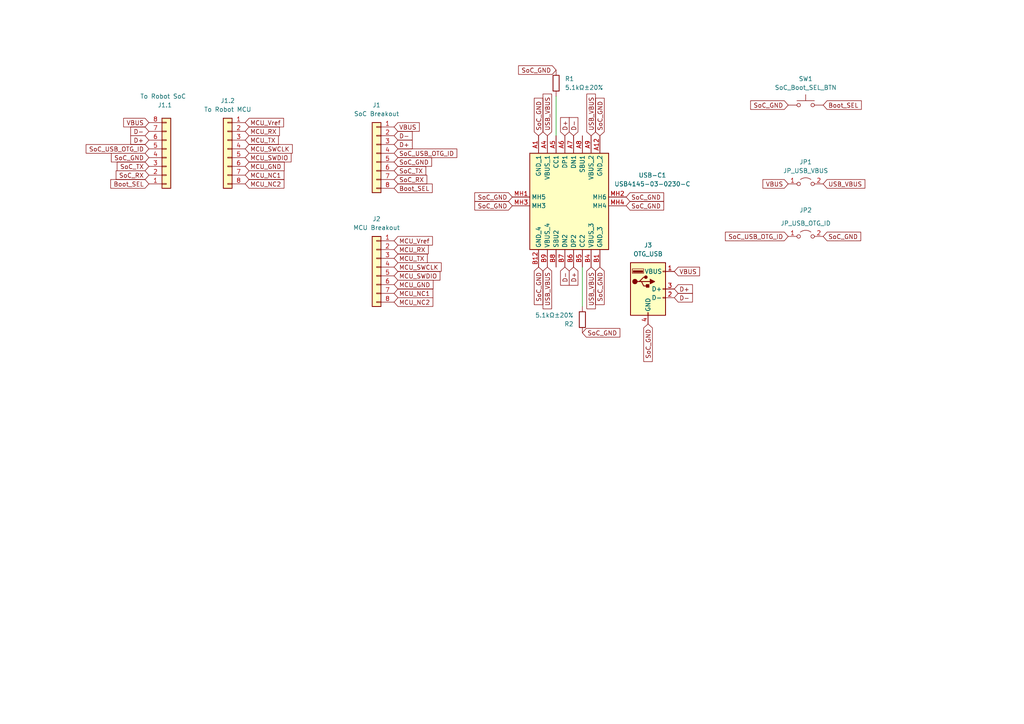
<source format=kicad_sch>
(kicad_sch (version 20231120) (generator "eeschema") (generator_version "8.0")
  (paper "A4")
  (lib_symbols
    (symbol "Connector:USB_A" (pin_names (offset 1.016))
      (property "Reference" "J5" (at 0 12.7 0))
      (property "Value" "OTG_USB" (at 0 10.16 0))
      (symbol "USB_A_0_1"
        (rectangle (start -5.08 -7.62) (end 5.08 7.62) (stroke (width 0.254)) (fill (type background)))
        (circle (center -3.81 2.159) (radius 0.635) (stroke (width 0.254)) (fill (type outline)))
        (rectangle (start -1.524 4.826) (end -4.318 5.334) (fill (type outline)))
        (rectangle (start -1.27 4.572) (end -4.572 5.842))
        (circle (center -0.635 3.429) (radius 0.381) (stroke (width 0.254)) (fill (type outline)))
        (rectangle (start -0.127 -7.62) (end 0.127 -6.858))
        (polyline (pts (xy -3.175 2.159) (xy -2.54 2.159) (xy -1.27 3.429) (xy -0.635 3.429)) (stroke (width 0.254)))
        (polyline (pts (xy -2.54 2.159) (xy -1.905 2.159) (xy -1.27 0.889) (xy 0 0.889)) (stroke (width 0.254)))
        (polyline (pts (xy 0.635 2.794) (xy 0.635 1.524) (xy 1.905 2.159) (xy 0.635 2.794)) (stroke (width 0.254)) (fill (type outline)))
        (rectangle (start 0.254 1.27) (end -0.508 0.508) (stroke (width 0.254)) (fill (type outline)))
        (rectangle (start 5.08 -2.667) (end 4.318 -2.413))
        (rectangle (start 5.08 -0.127) (end 4.318 0.127))
        (rectangle (start 5.08 4.953) (end 4.318 5.207))
      )
      (symbol "USB_A_1_1"
        (polyline (pts (xy -1.905 2.159) (xy 0.635 2.159)) (stroke (width 0.254)))
        (pin power_in line (at 7.62 5.08 180) (length 2.54) (name "VBUS") (number "1"))
        (pin bidirectional line (at 7.62 -2.54 180) (length 2.54) (name "D-") (number "2"))
        (pin bidirectional line (at 7.62 0 180) (length 2.54) (name "D+") (number "3"))
        (pin power_in line (at 0 -10.16 90) (length 2.54) (name "GND") (number "4"))
      )
    )
    (symbol "Connector_Generic:Conn_01x08" (pin_names (offset 1.016) hide)
      (property "Reference" "J" (at 0 10.16 0))
      (property "Value" "Conn_01x08" (at 0 -12.7 0))
      (symbol "Conn_01x08_1_1"
        (rectangle (start -1.27 -10.033) (end 0 -10.287) (stroke (width 0.1524)))
        (rectangle (start -1.27 -7.493) (end 0 -7.747) (stroke (width 0.1524)))
        (rectangle (start -1.27 -4.953) (end 0 -5.207) (stroke (width 0.1524)))
        (rectangle (start -1.27 -2.413) (end 0 -2.667) (stroke (width 0.1524)))
        (rectangle (start -1.27 0.127) (end 0 -0.127) (stroke (width 0.1524)))
        (rectangle (start -1.27 2.667) (end 0 2.413) (stroke (width 0.1524)))
        (rectangle (start -1.27 5.207) (end 0 4.953) (stroke (width 0.1524)))
        (rectangle (start -1.27 7.747) (end 0 7.493) (stroke (width 0.1524)))
        (rectangle (start -1.27 8.89) (end 1.27 -11.43) (stroke (width 0.254)) (fill (type background)))
        (pin passive line (at -5.08 7.62 0) (length 3.81) (name "Pin_1") (number "1"))
        (pin passive line (at -5.08 5.08 0) (length 3.81) (name "Pin_2") (number "2"))
        (pin passive line (at -5.08 2.54 0) (length 3.81) (name "Pin_3") (number "3"))
        (pin passive line (at -5.08 0 0) (length 3.81) (name "Pin_4") (number "4"))
        (pin passive line (at -5.08 -2.54 0) (length 3.81) (name "Pin_5") (number "5"))
        (pin passive line (at -5.08 -5.08 0) (length 3.81) (name "Pin_6") (number "6"))
        (pin passive line (at -5.08 -7.62 0) (length 3.81) (name "Pin_7") (number "7"))
        (pin passive line (at -5.08 -10.16 0) (length 3.81) (name "Pin_8") (number "8"))
      )
    )
    (symbol "Jumper:Jumper_2_Open" (pin_names (offset 0) hide)
      (property "Reference" "JP" (at 0 2.794 0))
      (property "Value" "Jumper_2_Open" (at 0 -2.286 0))
      (symbol "Jumper_2_Open_0_0"
        (circle (center -2.032 0) (radius 0.508))
        (circle (center 2.032 0) (radius 0.508))
      )
      (symbol "Jumper_2_Open_0_1"
        (arc (start 1.524 1.27) (mid 0 1.778) (end -1.524 1.27))
      )
      (symbol "Jumper_2_Open_1_1"
        (pin passive line (at -5.08 0 0) (length 2.54) (name "A") (number "1"))
        (pin passive line (at 5.08 0 180) (length 2.54) (name "B") (number "2"))
      )
    )
    (symbol "PCM_SL_Resistors:Resistor"
      (property "Reference" "R" (at 0 5.08 0))
      (property "Value" "Resistor" (at 0 2.54 0))
      (symbol "Resistor_0_1"
        (rectangle (start -2.286 0.889) (end 2.286 -0.889) (stroke (width 0.24)))
      )
      (symbol "Resistor_1_1"
        (pin passive line (at -3.81 0 0) (length 1.5) (name "") (number "1"))
        (pin passive line (at 3.81 0 180) (length 1.5) (name "~") (number "2"))
      )
    )
    (symbol "Switch:SW_Push" (pin_numbers hide) (pin_names (offset 1.016) hide)
      (property "Reference" "SW" (at 1.27 2.54 0))
      (property "Value" "SW_Push" (at 0 -1.524 0))
      (symbol "SW_Push_0_1"
        (circle (center -2.032 0) (radius 0.508))
        (polyline (pts (xy 0 1.27) (xy 0 3.048)))
        (polyline (pts (xy 2.54 1.27) (xy -2.54 1.27)))
        (circle (center 2.032 0) (radius 0.508))
        (pin passive line (at -5.08 0 0) (length 2.54) (name "1") (number "1"))
        (pin passive line (at 5.08 0 180) (length 2.54) (name "2") (number "2"))
      )
    )
    (symbol "USB4145-03-0230-C:USB4145-03-0230-C"
      (property "Reference" "J" (at 29.21 17.78 0))
      (property "Value" "USB4145-03-0230-C" (at 29.21 15.24 0))
      (symbol "USB4145-03-0230-C_1_1"
        (rectangle (start 5.08 12.7) (end 27.94 -15.24) (stroke (width 0.254)) (fill (type background)))
        (pin passive line (at 7.62 17.78 270) (length 5.08) (name "GND_1") (number "A1"))
        (pin passive line (at 25.4 17.78 270) (length 5.08) (name "GND_2") (number "A12"))
        (pin passive line (at 10.16 17.78 270) (length 5.08) (name "VBUS_1") (number "A4"))
        (pin passive line (at 12.7 17.78 270) (length 5.08) (name "CC1") (number "A5"))
        (pin passive line (at 15.24 17.78 270) (length 5.08) (name "DP1") (number "A6"))
        (pin passive line (at 17.78 17.78 270) (length 5.08) (name "DN1") (number "A7"))
        (pin passive line (at 20.32 17.78 270) (length 5.08) (name "SBU1") (number "A8"))
        (pin passive line (at 22.86 17.78 270) (length 5.08) (name "VBUS_2") (number "A9"))
        (pin passive line (at 25.4 -20.32 90) (length 5.08) (name "GND_3") (number "B1"))
        (pin passive line (at 7.62 -20.32 90) (length 5.08) (name "GND_4") (number "B12"))
        (pin passive line (at 22.86 -20.32 90) (length 5.08) (name "VBUS_3") (number "B4"))
        (pin passive line (at 20.32 -20.32 90) (length 5.08) (name "CC2") (number "B5"))
        (pin passive line (at 17.78 -20.32 90) (length 5.08) (name "DP2") (number "B6"))
        (pin passive line (at 15.24 -20.32 90) (length 5.08) (name "DN2") (number "B7"))
        (pin passive line (at 12.7 -20.32 90) (length 5.08) (name "SBU2") (number "B8"))
        (pin passive line (at 10.16 -20.32 90) (length 5.08) (name "VBUS_4") (number "B9"))
        (pin passive line (at 0 0 0) (length 5.08) (name "MH5") (number "MH1"))
        (pin passive line (at 33.02 0 180) (length 5.08) (name "MH6") (number "MH2"))
        (pin passive line (at 0 -2.54 0) (length 5.08) (name "MH3") (number "MH3"))
        (pin passive line (at 33.02 -2.54 180) (length 5.08) (name "MH4") (number "MH4"))
      )
    )
  )
  (wire (pts (xy 168.91 77.47) (xy 168.91 88.9)))
  (wire (pts (xy 161.29 27.94) (xy 161.29 39.37)))
  (global_label "USB_VBUS" (shape input) (at 171.45 77.47 270) (property "Intersheetrefs" "${INTERSHEET_REFS}" (effects (hide yes))))
  (global_label "SoC_RX" (shape input) (at 43.18 50.8 180) (property "Intersheetrefs" "${INTERSHEET_REFS}" (effects (hide yes))))
  (global_label "Boot_SEL" (shape input) (at 114.3 54.61 0) (property "Intersheetrefs" "${INTERSHEET_REFS}" (effects (hide yes))))
  (global_label "SoC_GND" (shape input) (at 181.61 59.69 0) (property "Intersheetrefs" "${INTERSHEET_REFS}" (effects (hide yes))))
  (global_label "USB_VBUS" (shape input) (at 158.75 39.37 90) (property "Intersheetrefs" "${INTERSHEET_REFS}" (effects (hide yes))))
  (global_label "MCU_SWDIO" (shape input) (at 71.12 45.72 0) (property "Intersheetrefs" "${INTERSHEET_REFS}" (effects (hide yes))))
  (global_label "MCU_RX" (shape input) (at 114.3 72.39 0) (property "Intersheetrefs" "${INTERSHEET_REFS}" (effects (hide yes))))
  (global_label "SoC_GND" (shape input) (at 148.59 59.69 180) (property "Intersheetrefs" "${INTERSHEET_REFS}" (effects (hide yes))))
  (global_label "SoC_GND" (shape input) (at 187.96 93.98 270) (property "Intersheetrefs" "${INTERSHEET_REFS}" (effects (hide yes))))
  (global_label "D-" (shape input) (at 163.83 77.47 270) (property "Intersheetrefs" "${INTERSHEET_REFS}" (effects (hide yes))))
  (global_label "VBUS" (shape input) (at 195.58 78.74 0) (property "Intersheetrefs" "${INTERSHEET_REFS}" (effects (hide yes))))
  (global_label "MCU_TX" (shape input) (at 114.3 74.93 0) (property "Intersheetrefs" "${INTERSHEET_REFS}" (effects (hide yes))))
  (global_label "SoC_GND" (shape input) (at 168.91 96.52 0) (property "Intersheetrefs" "${INTERSHEET_REFS}" (effects (hide yes))))
  (global_label "D+" (shape input) (at 43.18 40.64 180) (property "Intersheetrefs" "${INTERSHEET_REFS}" (effects (hide yes))))
  (global_label "MCU_SWCLK" (shape input) (at 71.12 43.18 0) (property "Intersheetrefs" "${INTERSHEET_REFS}" (effects (hide yes))))
  (global_label "SoC_RX" (shape input) (at 114.3 52.07 0) (property "Intersheetrefs" "${INTERSHEET_REFS}" (effects (hide yes))))
  (global_label "D+" (shape input) (at 114.3 41.91 0) (property "Intersheetrefs" "${INTERSHEET_REFS}" (effects (hide yes))))
  (global_label "MCU_SWDIO" (shape input) (at 114.3 80.01 0) (property "Intersheetrefs" "${INTERSHEET_REFS}" (effects (hide yes))))
  (global_label "VBUS" (shape input) (at 43.18 35.56 180) (property "Intersheetrefs" "${INTERSHEET_REFS}" (effects (hide yes))))
  (global_label "SoC_GND" (shape input) (at 156.21 77.47 270) (property "Intersheetrefs" "${INTERSHEET_REFS}" (effects (hide yes))))
  (global_label "D-" (shape input) (at 114.3 39.37 0) (property "Intersheetrefs" "${INTERSHEET_REFS}" (effects (hide yes))))
  (global_label "VBUS" (shape input) (at 114.3 36.83 0) (property "Intersheetrefs" "${INTERSHEET_REFS}" (effects (hide yes))))
  (global_label "MCU_NC1" (shape input) (at 71.12 50.8 0) (property "Intersheetrefs" "${INTERSHEET_REFS}" (effects (hide yes))))
  (global_label "SoC_TX" (shape input) (at 43.18 48.26 180) (property "Intersheetrefs" "${INTERSHEET_REFS}" (effects (hide yes))))
  (global_label "D-" (shape input) (at 166.37 39.37 90) (property "Intersheetrefs" "${INTERSHEET_REFS}" (effects (hide yes))))
  (global_label "SoC_USB_OTG_ID" (shape input) (at 228.6 68.58 180) (property "Intersheetrefs" "${INTERSHEET_REFS}" (effects (hide yes))))
  (global_label "D+" (shape input) (at 163.83 39.37 90) (property "Intersheetrefs" "${INTERSHEET_REFS}" (effects (hide yes))))
  (global_label "SoC_GND" (shape input) (at 161.29 20.32 180) (property "Intersheetrefs" "${INTERSHEET_REFS}" (effects (hide yes))))
  (global_label "SoC_GND" (shape input) (at 148.59 57.15 180) (property "Intersheetrefs" "${INTERSHEET_REFS}" (effects (hide yes))))
  (global_label "Boot_SEL" (shape input) (at 238.76 30.48 0) (property "Intersheetrefs" "${INTERSHEET_REFS}" (effects (hide yes))))
  (global_label "SoC_GND" (shape input) (at 114.3 46.99 0) (property "Intersheetrefs" "${INTERSHEET_REFS}" (effects (hide yes))))
  (global_label "SoC_TX" (shape input) (at 114.3 49.53 0) (property "Intersheetrefs" "${INTERSHEET_REFS}" (effects (hide yes))))
  (global_label "MCU_NC2" (shape input) (at 114.3 87.63 0) (property "Intersheetrefs" "${INTERSHEET_REFS}" (effects (hide yes))))
  (global_label "SoC_GND" (shape input) (at 156.21 39.37 90) (property "Intersheetrefs" "${INTERSHEET_REFS}" (effects (hide yes))))
  (global_label "MCU_SWCLK" (shape input) (at 114.3 77.47 0) (property "Intersheetrefs" "${INTERSHEET_REFS}" (effects (hide yes))))
  (global_label "VBUS" (shape input) (at 228.6 53.34 180) (property "Intersheetrefs" "${INTERSHEET_REFS}" (effects (hide yes))))
  (global_label "MCU_GND" (shape input) (at 114.3 82.55 0) (property "Intersheetrefs" "${INTERSHEET_REFS}" (effects (hide yes))))
  (global_label "MCU_NC2" (shape input) (at 71.12 53.34 0) (property "Intersheetrefs" "${INTERSHEET_REFS}" (effects (hide yes))))
  (global_label "SoC_GND" (shape input) (at 228.6 30.48 180) (property "Intersheetrefs" "${INTERSHEET_REFS}" (effects (hide yes))))
  (global_label "MCU_NC1" (shape input) (at 114.3 85.09 0) (property "Intersheetrefs" "${INTERSHEET_REFS}" (effects (hide yes))))
  (global_label "SoC_GND" (shape input) (at 43.18 45.72 180) (property "Intersheetrefs" "${INTERSHEET_REFS}" (effects (hide yes))))
  (global_label "D-" (shape input) (at 195.58 86.36 0) (property "Intersheetrefs" "${INTERSHEET_REFS}" (effects (hide yes))))
  (global_label "MCU_RX" (shape input) (at 71.12 38.1 0) (property "Intersheetrefs" "${INTERSHEET_REFS}" (effects (hide yes))))
  (global_label "SoC_USB_OTG_ID" (shape input) (at 114.3 44.45 0) (property "Intersheetrefs" "${INTERSHEET_REFS}" (effects (hide yes))))
  (global_label "SoC_GND" (shape input) (at 238.76 68.58 0) (property "Intersheetrefs" "${INTERSHEET_REFS}" (effects (hide yes))))
  (global_label "D+" (shape input) (at 166.37 77.47 270) (property "Intersheetrefs" "${INTERSHEET_REFS}" (effects (hide yes))))
  (global_label "SoC_USB_OTG_ID" (shape input) (at 43.18 43.18 180) (property "Intersheetrefs" "${INTERSHEET_REFS}" (effects (hide yes))))
  (global_label "D+" (shape input) (at 195.58 83.82 0) (property "Intersheetrefs" "${INTERSHEET_REFS}" (effects (hide yes))))
  (global_label "MCU_Vref" (shape input) (at 114.3 69.85 0) (property "Intersheetrefs" "${INTERSHEET_REFS}" (effects (hide yes))))
  (global_label "SoC_GND" (shape input) (at 173.99 77.47 270) (property "Intersheetrefs" "${INTERSHEET_REFS}" (effects (hide yes))))
  (global_label "MCU_GND" (shape input) (at 71.12 48.26 0) (property "Intersheetrefs" "${INTERSHEET_REFS}" (effects (hide yes))))
  (global_label "MCU_TX" (shape input) (at 71.12 40.64 0) (property "Intersheetrefs" "${INTERSHEET_REFS}" (effects (hide yes))))
  (global_label "MCU_Vref" (shape input) (at 71.12 35.56 0) (property "Intersheetrefs" "${INTERSHEET_REFS}" (effects (hide yes))))
  (global_label "USB_VBUS" (shape input) (at 158.75 77.47 270) (property "Intersheetrefs" "${INTERSHEET_REFS}" (effects (hide yes))))
  (global_label "SoC_GND" (shape input) (at 181.61 57.15 0) (property "Intersheetrefs" "${INTERSHEET_REFS}" (effects (hide yes))))
  (global_label "USB_VBUS" (shape input) (at 238.76 53.34 0) (property "Intersheetrefs" "${INTERSHEET_REFS}" (effects (hide yes))))
  (global_label "USB_VBUS" (shape input) (at 171.45 39.37 90) (property "Intersheetrefs" "${INTERSHEET_REFS}" (effects (hide yes))))
  (global_label "Boot_SEL" (shape input) (at 43.18 53.34 180) (property "Intersheetrefs" "${INTERSHEET_REFS}" (effects (hide yes))))
  (global_label "D-" (shape input) (at 43.18 38.1 180) (property "Intersheetrefs" "${INTERSHEET_REFS}" (effects (hide yes))))
  (global_label "SoC_GND" (shape input) (at 173.99 39.37 90) (property "Intersheetrefs" "${INTERSHEET_REFS}" (effects (hide yes))))
  (symbol (lib_id "Jumper:Jumper_2_Open") (at 233.68 68.58 0) (unit 1)
    (property "Reference" "JP2" (at 233.68 60.96 0))
    (property "Value" "JP_USB_OTG_ID" (at 233.68 64.77 0))
    (property "Footprint" "Connector_PinSocket_2.00mm:PinSocket_1x02_P2.00mm_Vertical" (effects (hide yes)))
  )
  (symbol (lib_id "PCM_SL_Resistors:Resistor") (at 168.91 92.71 270) (unit 1)
    (property "Reference" "R2" (at 166.37 93.9801 90) (effects (justify right)))
    (property "Value" "5.1kΩ±20%" (at 166.37 91.4401 90) (effects (justify right)))
    (property "Footprint" "Resistor_THT:R_Axial_DIN0204_L3.6mm_D1.6mm_P7.62mm_Horizontal" (effects (hide yes)))
    (property "Description" "1/4W Resistor" (effects (hide yes)))
  )
  (symbol (lib_id "Switch:SW_Push") (at 233.68 30.48 0) (unit 1)
    (property "Reference" "SW1" (at 233.68 22.86 0))
    (property "Value" "SoC_Boot_SEL_BTN" (at 233.68 25.4 0))
    (property "Footprint" "Button_Switch_THT:SW_PUSH_6mm" (effects (hide yes)))
  )
  (symbol (lib_id "PCM_SL_Resistors:Resistor") (at 161.29 24.13 90) (unit 1)
    (property "Reference" "R1" (at 163.83 22.8599 90) (effects (justify right)))
    (property "Value" "5.1kΩ±20%" (at 163.83 25.3999 90) (effects (justify right)))
    (property "Footprint" "Resistor_THT:R_Axial_DIN0204_L3.6mm_D1.6mm_P7.62mm_Horizontal" (effects (hide yes)))
    (property "Description" "1/4W Resistor" (effects (hide yes)))
  )
  (symbol (lib_id "Connector_Generic:Conn_01x08") (at 109.22 77.47 0) (mirror y) (unit 1)
    (property "Reference" "J2" (at 109.22 63.5 0))
    (property "Value" "MCU Breakout" (at 109.22 66.04 0))
    (property "Footprint" "Connector_PinSocket_2.54mm:PinSocket_1x08_P2.54mm_Vertical" (effects (hide yes)))
  )
  (symbol (lib_id "Connector:USB_A") (at 187.96 83.82 0) (unit 1)
    (property "Reference" "J3" (at 187.96 71.12 0))
    (property "Value" "OTG_USB" (at 187.96 73.66 0))
    (property "Footprint" "Custom:ONSHORE_USB-A1VSB6" (effects (hide yes)))
    (property "Datasheet" " ~" (effects (hide yes)))
  )
  (symbol (lib_id "Connector_Generic:Conn_01x08") (at 48.26 45.72 0) (mirror x) (unit 1)
    (property "Reference" "J1.1" (at 45.72 30.48 0) (effects (justify left)))
    (property "Value" "To Robot SoC" (at 40.64 27.94 0) (effects (justify left)))
    (property "Footprint" "Custom:DGI_8_SMDPADS" (effects (hide yes)))
  )
  (symbol (lib_id "Connector_Generic:Conn_01x08") (at 66.04 43.18 0) (mirror y) (unit 1)
    (property "Reference" "J1.2" (at 66.04 29.21 0))
    (property "Value" "To Robot MCU" (at 66.04 31.75 0))
    (property "Footprint" "Custom:DGI_8_SMDPADS" (effects (hide yes)))
  )
  (symbol (lib_id "Connector_Generic:Conn_01x08") (at 109.22 44.45 0) (mirror y) (unit 1)
    (property "Reference" "J1" (at 109.22 30.48 0))
    (property "Value" "SoC Breakout" (at 109.22 33.02 0))
    (property "Footprint" "Connector_PinSocket_2.54mm:PinSocket_1x08_P2.54mm_Vertical" (effects (hide yes)))
  )
  (symbol (lib_id "Jumper:Jumper_2_Open") (at 233.68 53.34 0) (unit 1)
    (property "Reference" "JP1" (at 233.68 46.99 0))
    (property "Value" "JP_USB_VBUS" (at 233.68 49.53 0))
    (property "Footprint" "Connector_PinSocket_2.00mm:PinSocket_1x02_P2.00mm_Vertical" (effects (hide yes)))
  )
  (symbol (lib_id "USB4145-03-0230-C:USB4145-03-0230-C") (at 148.59 57.15 0) (unit 1)
    (property "Reference" "USB-C1" (at 189.23 50.8314 0))
    (property "Value" "USB4145-03-0230-C" (at 189.23 53.3714 0))
    (property "Footprint" "USB4145030230C" (effects (hide yes)))
    (property "Datasheet" "https://gct.co/newark/connector/USB4145" (effects (hide yes)))
    (property "Description" "USB Connectors USB-C Rec 3u\" Vert 16P SMT 2.3mm TH stakes H7.46mm T+R+Cap" (effects (hide yes)))
    (property "Height" "7.66" (effects (hide yes)))
    (property "Mouser Part Number" "640-USB4145-3-0230-C" (effects (hide yes)))
    (property "Mouser Price/Stock" "https://www.mouser.co.uk/ProductDetail/GCT/USB4145-03-0230-C?qs=vvQtp7zwQdObw3D6iVsXIA%3D%3D" (effects (hide yes)))
    (property "Manufacturer_Name" "GCT (GLOBAL CONNECTOR TECHNOLOGY)" (effects (hide yes)))
    (property "Manufacturer_Part_Number" "USB4145-03-0230-C" (effects (hide yes)))
  )
)
</source>
